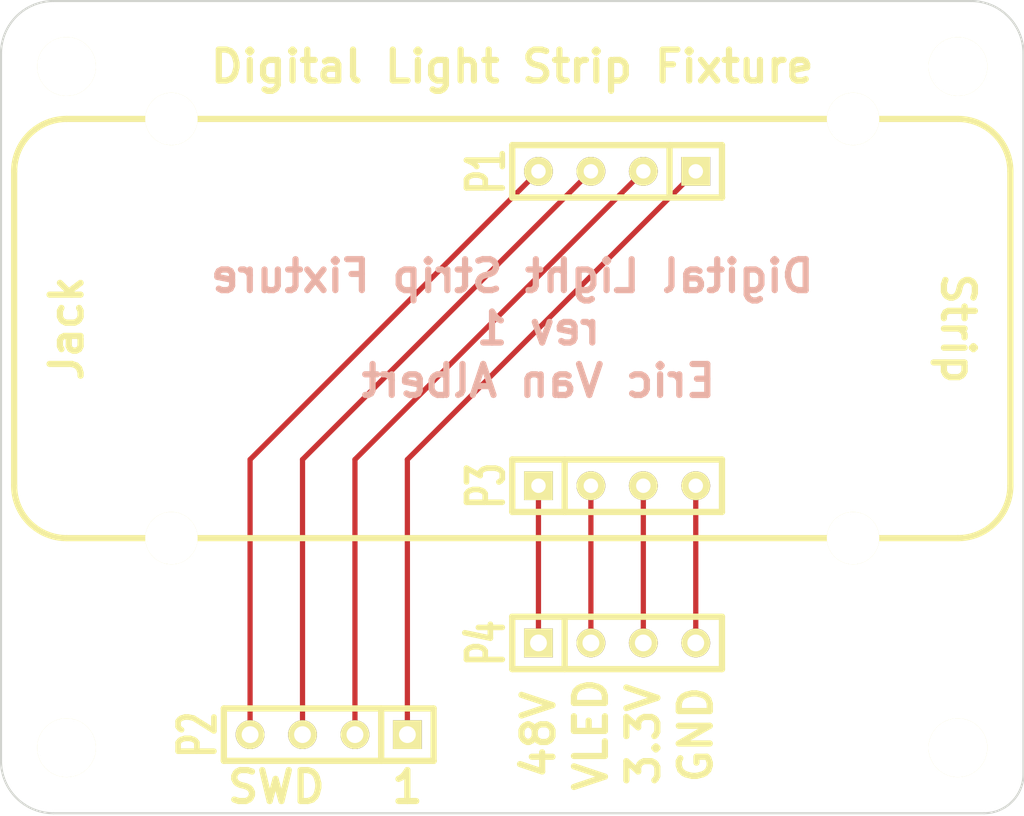
<source format=kicad_pcb>
(kicad_pcb (version 3) (host pcbnew "(2013-mar-13)-testing")

  (general
    (links 8)
    (no_connects 0)
    (area 128.854999 78.054999 178.485001 117.525001)
    (thickness 1.6)
    (drawings 28)
    (tracks 12)
    (zones 0)
    (modules 12)
    (nets 9)
  )

  (page A4)
  (layers
    (15 F.Cu signal)
    (0 B.Cu signal)
    (16 B.Adhes user)
    (17 F.Adhes user)
    (18 B.Paste user)
    (19 F.Paste user)
    (20 B.SilkS user)
    (21 F.SilkS user)
    (22 B.Mask user)
    (23 F.Mask user)
    (24 Dwgs.User user)
    (25 Cmts.User user)
    (26 Eco1.User user)
    (27 Eco2.User user)
    (28 Edge.Cuts user)
  )

  (setup
    (last_trace_width 0.254)
    (trace_clearance 0.254)
    (zone_clearance 0.508)
    (zone_45_only no)
    (trace_min 0.254)
    (segment_width 0.1)
    (edge_width 0.1)
    (via_size 0.889)
    (via_drill 0.635)
    (via_min_size 0.889)
    (via_min_drill 0.508)
    (uvia_size 0.508)
    (uvia_drill 0.127)
    (uvias_allowed no)
    (uvia_min_size 0.508)
    (uvia_min_drill 0.127)
    (pcb_text_width 0.3)
    (pcb_text_size 1.5 1.5)
    (mod_edge_width 0.15)
    (mod_text_size 1 1)
    (mod_text_width 0.15)
    (pad_size 1.397 1.397)
    (pad_drill 0.7)
    (pad_to_mask_clearance 0)
    (aux_axis_origin 0 0)
    (visible_elements FFFFFF7F)
    (pcbplotparams
      (layerselection 284196865)
      (usegerberextensions true)
      (excludeedgelayer true)
      (linewidth 0.150000)
      (plotframeref false)
      (viasonmask false)
      (mode 1)
      (useauxorigin false)
      (hpglpennumber 1)
      (hpglpenspeed 20)
      (hpglpendiameter 15)
      (hpglpenoverlay 2)
      (psnegative false)
      (psa4output false)
      (plotreference true)
      (plotvalue true)
      (plotothertext true)
      (plotinvisibletext false)
      (padsonsilk false)
      (subtractmaskfromsilk false)
      (outputformat 1)
      (mirror false)
      (drillshape 0)
      (scaleselection 1)
      (outputdirectory gerber/))
  )

  (net 0 "")
  (net 1 N-000001)
  (net 2 N-000002)
  (net 3 N-000003)
  (net 4 N-000004)
  (net 5 N-000005)
  (net 6 N-000006)
  (net 7 N-000007)
  (net 8 N-000008)

  (net_class Default "This is the default net class."
    (clearance 0.254)
    (trace_width 0.254)
    (via_dia 0.889)
    (via_drill 0.635)
    (uvia_dia 0.508)
    (uvia_drill 0.127)
    (add_net "")
    (add_net N-000001)
    (add_net N-000002)
    (add_net N-000003)
    (add_net N-000004)
    (add_net N-000005)
    (add_net N-000006)
    (add_net N-000007)
    (add_net N-000008)
  )

  (module SIL-4 (layer F.Cu) (tedit 54CDA92D) (tstamp 54CD9CCB)
    (at 158.75 101.6)
    (descr "Connecteur 4 pibs")
    (tags "CONN DEV")
    (path /54CD9AE7)
    (fp_text reference P3 (at -6.35 0 270) (layer F.SilkS)
      (effects (font (size 1.73482 1.08712) (thickness 0.3048)))
    )
    (fp_text value PWR_POGO (at 0 -2.54) (layer F.SilkS) hide
      (effects (font (size 1.524 1.016) (thickness 0.3048)))
    )
    (fp_line (start -5.08 -1.27) (end -5.08 -1.27) (layer F.SilkS) (width 0.3048))
    (fp_line (start -5.08 1.27) (end -5.08 -1.27) (layer F.SilkS) (width 0.3048))
    (fp_line (start -5.08 -1.27) (end -5.08 -1.27) (layer F.SilkS) (width 0.3048))
    (fp_line (start -5.08 -1.27) (end 5.08 -1.27) (layer F.SilkS) (width 0.3048))
    (fp_line (start 5.08 -1.27) (end 5.08 1.27) (layer F.SilkS) (width 0.3048))
    (fp_line (start 5.08 1.27) (end -5.08 1.27) (layer F.SilkS) (width 0.3048))
    (fp_line (start -2.54 1.27) (end -2.54 -1.27) (layer F.SilkS) (width 0.3048))
    (pad 1 thru_hole rect (at -3.81 0) (size 1.397 1.397) (drill 0.7)
      (layers *.Cu *.Mask F.SilkS)
      (net 5 N-000005)
    )
    (pad 2 thru_hole circle (at -1.27 0) (size 1.397 1.397) (drill 0.7)
      (layers *.Cu *.Mask F.SilkS)
      (net 6 N-000006)
    )
    (pad 3 thru_hole circle (at 1.27 0) (size 1.397 1.397) (drill 0.7)
      (layers *.Cu *.Mask F.SilkS)
      (net 7 N-000007)
    )
    (pad 4 thru_hole circle (at 3.81 0) (size 1.397 1.397) (drill 0.7)
      (layers *.Cu *.Mask F.SilkS)
      (net 8 N-000008)
    )
  )

  (module SIL-4 (layer F.Cu) (tedit 54CDA912) (tstamp 54CD9CAD)
    (at 158.75 86.36 180)
    (descr "Connecteur 4 pibs")
    (tags "CONN DEV")
    (path /54CD9AA7)
    (fp_text reference P1 (at 6.35 0 270) (layer F.SilkS)
      (effects (font (size 1.73482 1.08712) (thickness 0.3048)))
    )
    (fp_text value ICSP_POGO (at 0 -2.54 180) (layer F.SilkS) hide
      (effects (font (size 1.524 1.016) (thickness 0.3048)))
    )
    (fp_line (start -5.08 -1.27) (end -5.08 -1.27) (layer F.SilkS) (width 0.3048))
    (fp_line (start -5.08 1.27) (end -5.08 -1.27) (layer F.SilkS) (width 0.3048))
    (fp_line (start -5.08 -1.27) (end -5.08 -1.27) (layer F.SilkS) (width 0.3048))
    (fp_line (start -5.08 -1.27) (end 5.08 -1.27) (layer F.SilkS) (width 0.3048))
    (fp_line (start 5.08 -1.27) (end 5.08 1.27) (layer F.SilkS) (width 0.3048))
    (fp_line (start 5.08 1.27) (end -5.08 1.27) (layer F.SilkS) (width 0.3048))
    (fp_line (start -2.54 1.27) (end -2.54 -1.27) (layer F.SilkS) (width 0.3048))
    (pad 1 thru_hole rect (at -3.81 0 180) (size 1.397 1.397) (drill 0.7)
      (layers *.Cu *.Mask F.SilkS)
      (net 1 N-000001)
    )
    (pad 2 thru_hole circle (at -1.27 0 180) (size 1.397 1.397) (drill 0.7)
      (layers *.Cu *.Mask F.SilkS)
      (net 2 N-000002)
    )
    (pad 3 thru_hole circle (at 1.27 0 180) (size 1.397 1.397) (drill 0.7)
      (layers *.Cu *.Mask F.SilkS)
      (net 3 N-000003)
    )
    (pad 4 thru_hole circle (at 3.81 0 180) (size 1.397 1.397) (drill 0.7)
      (layers *.Cu *.Mask F.SilkS)
      (net 4 N-000004)
    )
  )

  (module SIL-4 (layer F.Cu) (tedit 54CDA3AD) (tstamp 54CD9CBC)
    (at 144.78 113.665 180)
    (descr "Connecteur 4 pibs")
    (tags "CONN DEV")
    (path /54CD9AFE)
    (fp_text reference P2 (at 6.35 0 270) (layer F.SilkS)
      (effects (font (size 1.73482 1.08712) (thickness 0.3048)))
    )
    (fp_text value ICSP (at 0 -2.54 180) (layer F.SilkS) hide
      (effects (font (size 1.524 1.016) (thickness 0.3048)))
    )
    (fp_line (start -5.08 -1.27) (end -5.08 -1.27) (layer F.SilkS) (width 0.3048))
    (fp_line (start -5.08 1.27) (end -5.08 -1.27) (layer F.SilkS) (width 0.3048))
    (fp_line (start -5.08 -1.27) (end -5.08 -1.27) (layer F.SilkS) (width 0.3048))
    (fp_line (start -5.08 -1.27) (end 5.08 -1.27) (layer F.SilkS) (width 0.3048))
    (fp_line (start 5.08 -1.27) (end 5.08 1.27) (layer F.SilkS) (width 0.3048))
    (fp_line (start 5.08 1.27) (end -5.08 1.27) (layer F.SilkS) (width 0.3048))
    (fp_line (start -2.54 1.27) (end -2.54 -1.27) (layer F.SilkS) (width 0.3048))
    (pad 1 thru_hole rect (at -3.81 0 180) (size 1.397 1.397) (drill 0.8128)
      (layers *.Cu *.Mask F.SilkS)
      (net 1 N-000001)
    )
    (pad 2 thru_hole circle (at -1.27 0 180) (size 1.397 1.397) (drill 0.8128)
      (layers *.Cu *.Mask F.SilkS)
      (net 2 N-000002)
    )
    (pad 3 thru_hole circle (at 1.27 0 180) (size 1.397 1.397) (drill 0.8128)
      (layers *.Cu *.Mask F.SilkS)
      (net 3 N-000003)
    )
    (pad 4 thru_hole circle (at 3.81 0 180) (size 1.397 1.397) (drill 0.8128)
      (layers *.Cu *.Mask F.SilkS)
      (net 4 N-000004)
    )
  )

  (module SIL-4 (layer F.Cu) (tedit 54CDA3B2) (tstamp 54CD9CDA)
    (at 158.75 109.22)
    (descr "Connecteur 4 pibs")
    (tags "CONN DEV")
    (path /54CD9B13)
    (fp_text reference P4 (at -6.35 0 90) (layer F.SilkS)
      (effects (font (size 1.73482 1.08712) (thickness 0.3048)))
    )
    (fp_text value PWR (at 0 -2.54) (layer F.SilkS) hide
      (effects (font (size 1.524 1.016) (thickness 0.3048)))
    )
    (fp_line (start -5.08 -1.27) (end -5.08 -1.27) (layer F.SilkS) (width 0.3048))
    (fp_line (start -5.08 1.27) (end -5.08 -1.27) (layer F.SilkS) (width 0.3048))
    (fp_line (start -5.08 -1.27) (end -5.08 -1.27) (layer F.SilkS) (width 0.3048))
    (fp_line (start -5.08 -1.27) (end 5.08 -1.27) (layer F.SilkS) (width 0.3048))
    (fp_line (start 5.08 -1.27) (end 5.08 1.27) (layer F.SilkS) (width 0.3048))
    (fp_line (start 5.08 1.27) (end -5.08 1.27) (layer F.SilkS) (width 0.3048))
    (fp_line (start -2.54 1.27) (end -2.54 -1.27) (layer F.SilkS) (width 0.3048))
    (pad 1 thru_hole rect (at -3.81 0) (size 1.397 1.397) (drill 0.8128)
      (layers *.Cu *.Mask F.SilkS)
      (net 5 N-000005)
    )
    (pad 2 thru_hole circle (at -1.27 0) (size 1.397 1.397) (drill 0.8128)
      (layers *.Cu *.Mask F.SilkS)
      (net 6 N-000006)
    )
    (pad 3 thru_hole circle (at 1.27 0) (size 1.397 1.397) (drill 0.8128)
      (layers *.Cu *.Mask F.SilkS)
      (net 7 N-000007)
    )
    (pad 4 thru_hole circle (at 3.81 0) (size 1.397 1.397) (drill 0.8128)
      (layers *.Cu *.Mask F.SilkS)
      (net 8 N-000008)
    )
  )

  (module HOLE (layer F.Cu) (tedit 54CD9DE3) (tstamp 54CE5DE5)
    (at 137.16 83.82)
    (fp_text reference HOLE (at 0 0) (layer F.SilkS) hide
      (effects (font (size 1 1) (thickness 0.15)))
    )
    (fp_text value VAL** (at 0 0) (layer F.SilkS) hide
      (effects (font (size 1 1) (thickness 0.15)))
    )
    (pad "" np_thru_hole circle (at 0 0) (size 2.54 2.54) (drill 2.54)
      (layers *.Cu *.Mask F.SilkS)
    )
  )

  (module HOLE (layer F.Cu) (tedit 54CD9E28) (tstamp 54CE5E07)
    (at 170.18 83.82)
    (fp_text reference HOLE (at 0 0) (layer F.SilkS) hide
      (effects (font (size 1 1) (thickness 0.15)))
    )
    (fp_text value VAL** (at 0 0) (layer F.SilkS) hide
      (effects (font (size 1 1) (thickness 0.15)))
    )
    (pad "" np_thru_hole circle (at 0 0) (size 2.54 2.54) (drill 2.54)
      (layers *.Cu *.Mask F.SilkS)
    )
  )

  (module HOLE (layer F.Cu) (tedit 54CD9EAE) (tstamp 54CE5E24)
    (at 137.16 104.14)
    (fp_text reference HOLE (at 0 0) (layer F.SilkS) hide
      (effects (font (size 1 1) (thickness 0.15)))
    )
    (fp_text value VAL** (at 0 0) (layer F.SilkS) hide
      (effects (font (size 1 1) (thickness 0.15)))
    )
    (pad "" np_thru_hole circle (at 0 0) (size 2.54 2.54) (drill 2.54)
      (layers *.Cu *.Mask F.SilkS)
    )
  )

  (module HOLE (layer F.Cu) (tedit 54CD9EE1) (tstamp 54CE5E33)
    (at 170.18 104.14)
    (fp_text reference HOLE (at 0 0) (layer F.SilkS) hide
      (effects (font (size 1 1) (thickness 0.15)))
    )
    (fp_text value VAL** (at 0 0) (layer F.SilkS) hide
      (effects (font (size 1 1) (thickness 0.15)))
    )
    (pad "" np_thru_hole circle (at 0 0) (size 2.54 2.54) (drill 2.54)
      (layers *.Cu *.Mask F.SilkS)
    )
  )

  (module HOLE (layer F.Cu) (tedit 54CDA617) (tstamp 54CE5F8E)
    (at 132.08 81.28)
    (fp_text reference HOLE (at 0 0) (layer F.SilkS) hide
      (effects (font (size 1 1) (thickness 0.15)))
    )
    (fp_text value VAL** (at 0 0) (layer F.SilkS) hide
      (effects (font (size 1 1) (thickness 0.15)))
    )
    (pad "" np_thru_hole circle (at 0 0) (size 2.85 2.85) (drill 2.85)
      (layers *.Cu *.Mask F.SilkS)
    )
  )

  (module HOLE (layer F.Cu) (tedit 54CDA651) (tstamp 54CE5FA2)
    (at 175.26 81.28)
    (fp_text reference HOLE (at 0 0) (layer F.SilkS) hide
      (effects (font (size 1 1) (thickness 0.15)))
    )
    (fp_text value VAL** (at 0 0) (layer F.SilkS) hide
      (effects (font (size 1 1) (thickness 0.15)))
    )
    (pad "" np_thru_hole circle (at 0 0) (size 2.85 2.85) (drill 2.85)
      (layers *.Cu *.Mask F.SilkS)
    )
  )

  (module HOLE (layer F.Cu) (tedit 54CDA671) (tstamp 54CE5FB4)
    (at 132.08 114.3)
    (fp_text reference HOLE (at 0 0) (layer F.SilkS) hide
      (effects (font (size 1 1) (thickness 0.15)))
    )
    (fp_text value VAL** (at 0 0) (layer F.SilkS) hide
      (effects (font (size 1 1) (thickness 0.15)))
    )
    (pad "" np_thru_hole circle (at 0 0) (size 2.85 2.85) (drill 2.85)
      (layers *.Cu *.Mask F.SilkS)
    )
  )

  (module HOLE (layer F.Cu) (tedit 54CDA686) (tstamp 54CE5FC3)
    (at 175.26 114.3)
    (fp_text reference HOLE (at 0 0) (layer F.SilkS) hide
      (effects (font (size 1 1) (thickness 0.15)))
    )
    (fp_text value VAL** (at 0 0) (layer F.SilkS) hide
      (effects (font (size 1 1) (thickness 0.15)))
    )
    (pad "" np_thru_hole circle (at 0 0) (size 2.85 2.85) (drill 2.85)
      (layers *.Cu *.Mask F.SilkS)
    )
  )

  (gr_text "rev 1" (at 154.94 93.98) (layer B.SilkS)
    (effects (font (size 1.5 1.5) (thickness 0.3)) (justify mirror))
  )
  (gr_text "Eric Van Albert" (at 154.94 96.52) (layer B.SilkS)
    (effects (font (size 1.5 1.5) (thickness 0.3)) (justify mirror))
  )
  (gr_text "Digital Light Strip Fixture" (at 153.67 91.44) (layer B.SilkS)
    (effects (font (size 1.5 1.5) (thickness 0.3)) (justify mirror))
  )
  (gr_text Strip (at 175.26 93.98 270) (layer F.SilkS)
    (effects (font (size 1.5 1.5) (thickness 0.3)))
  )
  (gr_text "Digital Light Strip Fixture" (at 153.67 81.28) (layer F.SilkS)
    (effects (font (size 1.5 1.5) (thickness 0.3)))
  )
  (gr_text Jack (at 132.08 93.98 90) (layer F.SilkS)
    (effects (font (size 1.5 1.5) (thickness 0.3)))
  )
  (gr_text GND (at 162.56 113.665 90) (layer F.SilkS)
    (effects (font (size 1.5 1.5) (thickness 0.3)))
  )
  (gr_text 3.3V (at 160.02 113.665 90) (layer F.SilkS)
    (effects (font (size 1.5 1.5) (thickness 0.3)))
  )
  (gr_text VLED (at 157.48 113.665 90) (layer F.SilkS)
    (effects (font (size 1.5 1.5) (thickness 0.3)))
  )
  (gr_text 48V (at 154.94 113.665 90) (layer F.SilkS)
    (effects (font (size 1.5 1.5) (thickness 0.3)))
  )
  (gr_text SWD (at 142.24 116.205) (layer F.SilkS)
    (effects (font (size 1.5 1.5) (thickness 0.3)))
  )
  (gr_text 1 (at 148.59 116.205) (layer F.SilkS)
    (effects (font (size 1.5 1.5) (thickness 0.3)))
  )
  (gr_line (start 131.445 117.475) (end 176.53 117.475) (angle 90) (layer Edge.Cuts) (width 0.1))
  (gr_line (start 178.435 80.645) (end 178.435 115.57) (angle 90) (layer Edge.Cuts) (width 0.1))
  (gr_arc (start 176.53 115.57) (end 178.435 115.57) (angle 90) (layer Edge.Cuts) (width 0.1))
  (gr_arc (start 131.445 114.935) (end 131.445 117.475) (angle 90) (layer Edge.Cuts) (width 0.1))
  (gr_line (start 128.905 80.645) (end 128.905 114.935) (angle 90) (layer Edge.Cuts) (width 0.1))
  (gr_line (start 131.445 78.105) (end 175.895 78.105) (angle 90) (layer Edge.Cuts) (width 0.1))
  (gr_arc (start 175.895 80.645) (end 175.895 78.105) (angle 90) (layer Edge.Cuts) (width 0.1))
  (gr_arc (start 131.445 80.645) (end 128.905 80.645) (angle 90) (layer Edge.Cuts) (width 0.1))
  (gr_line (start 177.8 101.6) (end 177.8 86.36) (angle 90) (layer F.SilkS) (width 0.3))
  (gr_line (start 132.08 104.14) (end 175.26 104.14) (angle 90) (layer F.SilkS) (width 0.3))
  (gr_line (start 129.54 86.36) (end 129.54 101.6) (angle 90) (layer F.SilkS) (width 0.3))
  (gr_arc (start 132.08 101.6) (end 132.08 104.14) (angle 90) (layer F.SilkS) (width 0.3))
  (gr_arc (start 175.26 101.6) (end 177.8 101.6) (angle 90) (layer F.SilkS) (width 0.3))
  (gr_arc (start 175.26 86.36) (end 175.26 83.82) (angle 90) (layer F.SilkS) (width 0.3))
  (gr_line (start 132.08 83.82) (end 175.26 83.82) (angle 90) (layer F.SilkS) (width 0.3))
  (gr_arc (start 132.08 86.36) (end 129.54 86.36) (angle 90) (layer F.SilkS) (width 0.3))

  (segment (start 162.56 86.36) (end 148.59 100.33) (width 0.254) (layer F.Cu) (net 1))
  (segment (start 148.59 100.33) (end 148.59 113.665) (width 0.254) (layer F.Cu) (net 1) (tstamp 54CE5EC9))
  (segment (start 160.02 86.36) (end 146.05 100.33) (width 0.254) (layer F.Cu) (net 2))
  (segment (start 146.05 100.33) (end 146.05 113.665) (width 0.254) (layer F.Cu) (net 2) (tstamp 54CE5EC5))
  (segment (start 157.48 86.36) (end 143.51 100.33) (width 0.254) (layer F.Cu) (net 3))
  (segment (start 143.51 100.33) (end 143.51 113.665) (width 0.254) (layer F.Cu) (net 3) (tstamp 54CE5EC1))
  (segment (start 154.94 86.36) (end 140.97 100.33) (width 0.254) (layer F.Cu) (net 4))
  (segment (start 140.97 100.33) (end 140.97 113.665) (width 0.254) (layer F.Cu) (net 4) (tstamp 54CE5EBD))
  (segment (start 154.94 101.6) (end 154.94 109.22) (width 0.254) (layer F.Cu) (net 5))
  (segment (start 157.48 101.6) (end 157.48 109.22) (width 0.254) (layer F.Cu) (net 6))
  (segment (start 160.02 101.6) (end 160.02 109.22) (width 0.254) (layer F.Cu) (net 7))
  (segment (start 162.56 101.6) (end 162.56 109.22) (width 0.254) (layer F.Cu) (net 8))

)

</source>
